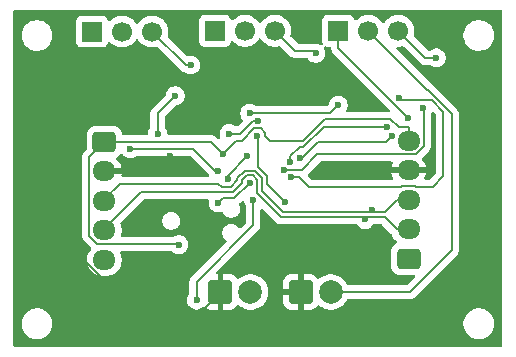
<source format=gbr>
%TF.GenerationSoftware,KiCad,Pcbnew,9.0.2*%
%TF.CreationDate,2025-06-30T23:17:22-04:00*%
%TF.ProjectId,Serv3Controller,53657276-3343-46f6-9e74-726f6c6c6572,rev?*%
%TF.SameCoordinates,Original*%
%TF.FileFunction,Copper,L2,Bot*%
%TF.FilePolarity,Positive*%
%FSLAX46Y46*%
G04 Gerber Fmt 4.6, Leading zero omitted, Abs format (unit mm)*
G04 Created by KiCad (PCBNEW 9.0.2) date 2025-06-30 23:17:22*
%MOMM*%
%LPD*%
G01*
G04 APERTURE LIST*
G04 Aperture macros list*
%AMRoundRect*
0 Rectangle with rounded corners*
0 $1 Rounding radius*
0 $2 $3 $4 $5 $6 $7 $8 $9 X,Y pos of 4 corners*
0 Add a 4 corners polygon primitive as box body*
4,1,4,$2,$3,$4,$5,$6,$7,$8,$9,$2,$3,0*
0 Add four circle primitives for the rounded corners*
1,1,$1+$1,$2,$3*
1,1,$1+$1,$4,$5*
1,1,$1+$1,$6,$7*
1,1,$1+$1,$8,$9*
0 Add four rect primitives between the rounded corners*
20,1,$1+$1,$2,$3,$4,$5,0*
20,1,$1+$1,$4,$5,$6,$7,0*
20,1,$1+$1,$6,$7,$8,$9,0*
20,1,$1+$1,$8,$9,$2,$3,0*%
G04 Aperture macros list end*
%TA.AperFunction,ComponentPad*%
%ADD10RoundRect,0.250000X-0.725000X0.600000X-0.725000X-0.600000X0.725000X-0.600000X0.725000X0.600000X0*%
%TD*%
%TA.AperFunction,ComponentPad*%
%ADD11O,1.950000X1.700000*%
%TD*%
%TA.AperFunction,ComponentPad*%
%ADD12R,1.700000X1.700000*%
%TD*%
%TA.AperFunction,ComponentPad*%
%ADD13C,1.700000*%
%TD*%
%TA.AperFunction,ComponentPad*%
%ADD14RoundRect,0.250000X0.725000X-0.600000X0.725000X0.600000X-0.725000X0.600000X-0.725000X-0.600000X0*%
%TD*%
%TA.AperFunction,ComponentPad*%
%ADD15RoundRect,0.250000X-0.750000X-0.750000X0.750000X-0.750000X0.750000X0.750000X-0.750000X0.750000X0*%
%TD*%
%TA.AperFunction,ComponentPad*%
%ADD16C,2.000000*%
%TD*%
%TA.AperFunction,ViaPad*%
%ADD17C,0.600000*%
%TD*%
%TA.AperFunction,Conductor*%
%ADD18C,0.200000*%
%TD*%
G04 APERTURE END LIST*
D10*
%TO.P,J6,1,Pin_1*%
%TO.N,/RESETB*%
X80800000Y-85300000D03*
D11*
%TO.P,J6,2,Pin_2*%
%TO.N,GND*%
X80800000Y-87800000D03*
%TO.P,J6,3,Pin_3*%
%TO.N,/CAN-*%
X80800000Y-90300000D03*
%TO.P,J6,4,Pin_4*%
%TO.N,/CAN+*%
X80800000Y-92800000D03*
%TO.P,J6,5,Pin_5*%
%TO.N,+3V3*%
X80800000Y-95300000D03*
%TD*%
D12*
%TO.P,J7,1,Pin_1*%
%TO.N,/SRV2_PWM*%
X90160000Y-75900000D03*
D13*
%TO.P,J7,2,Pin_2*%
%TO.N,/VSERVO*%
X92700000Y-75900000D03*
%TO.P,J7,3,Pin_3*%
%TO.N,Net-(J7-Pin_3)*%
X95240000Y-75900000D03*
%TD*%
D14*
%TO.P,J5,1,Pin_1*%
%TO.N,+3V3*%
X106550000Y-95200000D03*
D11*
%TO.P,J5,2,Pin_2*%
%TO.N,/CAN+*%
X106550000Y-92700000D03*
%TO.P,J5,3,Pin_3*%
%TO.N,/CAN-*%
X106550000Y-90200000D03*
%TO.P,J5,4,Pin_4*%
%TO.N,GND*%
X106550000Y-87700000D03*
%TO.P,J5,5,Pin_5*%
%TO.N,/RESETB*%
X106550000Y-85200000D03*
%TD*%
D15*
%TO.P,J2,1,Pin_1*%
%TO.N,GND*%
X97425000Y-98017500D03*
D16*
%TO.P,J2,2,Pin_2*%
%TO.N,/VSERVO*%
X99965000Y-98017500D03*
%TD*%
D12*
%TO.P,J8,1,Pin_1*%
%TO.N,/SRV3_PWM*%
X100600000Y-75900000D03*
D13*
%TO.P,J8,2,Pin_2*%
%TO.N,/VSERVO*%
X103140000Y-75900000D03*
%TO.P,J8,3,Pin_3*%
%TO.N,Net-(J8-Pin_3)*%
X105680000Y-75900000D03*
%TD*%
D12*
%TO.P,J4,1,Pin_1*%
%TO.N,/SRV1_PWM*%
X79760000Y-75962500D03*
D13*
%TO.P,J4,2,Pin_2*%
%TO.N,/VSERVO*%
X82300000Y-75962500D03*
%TO.P,J4,3,Pin_3*%
%TO.N,Net-(J4-Pin_3)*%
X84840000Y-75962500D03*
%TD*%
D15*
%TO.P,J3,1,Pin_1*%
%TO.N,GND*%
X90625000Y-98017500D03*
D16*
%TO.P,J3,2,Pin_2*%
%TO.N,/VSERVO*%
X93165000Y-98017500D03*
%TD*%
D17*
%TO.N,GND*%
X108300000Y-86800000D03*
X86359620Y-86540380D03*
X83400000Y-96400000D03*
X78500000Y-88200000D03*
X104000000Y-87500000D03*
%TO.N,/STATUS*%
X88600000Y-98700000D03*
X93400000Y-90200000D03*
%TO.N,/SRV1_STAT*%
X85300000Y-84600000D03*
X86800000Y-81400000D03*
%TO.N,/SRV3_STAT*%
X96555741Y-88275001D03*
X105704669Y-81585429D03*
%TO.N,/SWCLK*%
X93100000Y-88800000D03*
X93771041Y-83550000D03*
X90419724Y-90483929D03*
X91350000Y-84600000D03*
%TO.N,/SWDIO*%
X96100000Y-90400000D03*
X93745710Y-84850000D03*
%TO.N,/RESETB*%
X90800000Y-86300000D03*
X87109620Y-94009620D03*
%TO.N,Net-(J4-Pin_3)*%
X88100000Y-78800000D03*
%TO.N,/CAN+*%
X102867722Y-91875000D03*
%TO.N,/CAN-*%
X103487489Y-91043285D03*
%TO.N,Net-(J7-Pin_3)*%
X98700000Y-77800000D03*
%TO.N,/SRV2_PWM*%
X90427707Y-87771521D03*
X83000000Y-85900000D03*
%TO.N,Net-(J8-Pin_3)*%
X108900000Y-78200000D03*
%TO.N,/SRV3_PWM*%
X105141682Y-84780957D03*
X97383652Y-86710549D03*
X106500000Y-83300000D03*
%TO.N,/SRV2_EN*%
X91230825Y-88415750D03*
X92900000Y-86500000D03*
%TO.N,/SRV2_SENSE*%
X100600000Y-82200000D03*
X93100000Y-82900000D03*
%TO.N,/SRV3_EN*%
X104736919Y-84033514D03*
X96549231Y-87003617D03*
%TO.N,/SRV3_SENSE*%
X107774466Y-82450000D03*
X95995635Y-87648626D03*
%TD*%
D18*
%TO.N,GND*%
X78500000Y-94752760D02*
X78500000Y-88200000D01*
X80800000Y-87800000D02*
X85100000Y-87800000D01*
X90625000Y-98017500D02*
X89042500Y-99600000D01*
X87700000Y-99600000D02*
X83347240Y-99600000D01*
X85100000Y-87800000D02*
X86359620Y-86540380D01*
X89042500Y-99600000D02*
X87700000Y-99600000D01*
X83347240Y-99600000D02*
X78500000Y-94752760D01*
%TO.N,/VSERVO*%
X103140000Y-75900000D02*
X108140000Y-80900000D01*
X110200000Y-94500000D02*
X106682500Y-98017500D01*
X106682500Y-98017500D02*
X99965000Y-98017500D01*
X110200000Y-82934314D02*
X110200000Y-94500000D01*
X108165686Y-80900000D02*
X110200000Y-82934314D01*
X108140000Y-80900000D02*
X108165686Y-80900000D01*
%TO.N,/STATUS*%
X88600000Y-97152849D02*
X88600000Y-98700000D01*
X93400000Y-90200000D02*
X93400000Y-92352849D01*
X93400000Y-92352849D02*
X88600000Y-97152849D01*
%TO.N,/SRV1_STAT*%
X85300000Y-84600000D02*
X85300000Y-82900000D01*
X85300000Y-82900000D02*
X86800000Y-81400000D01*
%TO.N,/SRV3_STAT*%
X109500000Y-88200000D02*
X109500000Y-82800000D01*
X108600000Y-89100000D02*
X109500000Y-88200000D01*
X97275001Y-88275001D02*
X98100000Y-89100000D01*
X105919240Y-81800000D02*
X105704669Y-81585429D01*
X105897240Y-89100000D02*
X105948240Y-89049000D01*
X96555741Y-88275001D02*
X97275001Y-88275001D01*
X98100000Y-89100000D02*
X105897240Y-89100000D01*
X105948240Y-89049000D02*
X107151760Y-89049000D01*
X109500000Y-82800000D02*
X108500000Y-81800000D01*
X107202760Y-89100000D02*
X108600000Y-89100000D01*
X108500000Y-81800000D02*
X105919240Y-81800000D01*
X107151760Y-89049000D02*
X107202760Y-89100000D01*
%TO.N,/SWCLK*%
X92319239Y-84600000D02*
X93369239Y-83550000D01*
X93369239Y-83550000D02*
X93771041Y-83550000D01*
X90419724Y-90483929D02*
X90803653Y-90100000D01*
X90803653Y-90100000D02*
X91800000Y-90100000D01*
X91800000Y-90100000D02*
X93100000Y-88800000D01*
X91350000Y-84600000D02*
X92319239Y-84600000D01*
%TO.N,/SWDIO*%
X94549999Y-88199389D02*
X93786755Y-87436146D01*
X93786755Y-84891045D02*
X93745710Y-84850000D01*
X96100000Y-90400000D02*
X94550000Y-88850000D01*
X93786755Y-87436146D02*
X93786755Y-84891045D01*
X94550000Y-88850000D02*
X94549999Y-88199389D01*
%TO.N,/RESETB*%
X97634314Y-85200000D02*
X94828635Y-85200000D01*
X94828635Y-85200000D02*
X94423128Y-84794493D01*
X91900000Y-85200000D02*
X90800000Y-86300000D01*
X80198240Y-93951000D02*
X87051000Y-93951000D01*
X94423128Y-84794493D02*
X94423128Y-84520180D01*
X90800000Y-86300000D02*
X89800000Y-85300000D01*
X89800000Y-85300000D02*
X80800000Y-85300000D01*
X105006158Y-83383514D02*
X99450800Y-83383514D01*
X92409310Y-85200000D02*
X91900000Y-85200000D01*
X106550000Y-84150000D02*
X106480761Y-84080761D01*
X106480761Y-84080761D02*
X105703405Y-84080761D01*
X80800000Y-85300000D02*
X79524000Y-86576000D01*
X105703405Y-84080761D02*
X105006158Y-83383514D01*
X79524000Y-86576000D02*
X79524000Y-93276760D01*
X94423128Y-84520180D02*
X94056702Y-84153754D01*
X79524000Y-93276760D02*
X80198240Y-93951000D01*
X99450800Y-83383514D02*
X97634314Y-85200000D01*
X93455556Y-84153754D02*
X92409310Y-85200000D01*
X94056702Y-84153754D02*
X93455556Y-84153754D01*
X106550000Y-85200000D02*
X106550000Y-84150000D01*
X87051000Y-93951000D02*
X87109620Y-94009620D01*
%TO.N,Net-(J4-Pin_3)*%
X84840000Y-75962500D02*
X87677500Y-78800000D01*
X87677500Y-78800000D02*
X88100000Y-78800000D01*
%TO.N,/CAN+*%
X93369239Y-88150000D02*
X92830761Y-88150000D01*
X104550000Y-91675000D02*
X105575000Y-92700000D01*
X92830761Y-88150000D02*
X92450000Y-88530761D01*
X92450000Y-88530761D02*
X92450000Y-88784314D01*
X83939613Y-89535387D02*
X80800000Y-92675000D01*
X93750000Y-88530761D02*
X93369239Y-88150000D01*
X93750000Y-89668198D02*
X93750000Y-88530761D01*
X93750000Y-89668198D02*
X95756802Y-91675000D01*
X105575000Y-92700000D02*
X106550000Y-92700000D01*
X95756802Y-91675000D02*
X104550000Y-91675000D01*
X80800000Y-92675000D02*
X80800000Y-92800000D01*
X91698927Y-89535387D02*
X83939613Y-89535387D01*
X92450000Y-88784314D02*
X91698927Y-89535387D01*
%TO.N,/CAN-*%
X95943198Y-91225000D02*
X104550000Y-91225000D01*
X92050000Y-88365076D02*
X92050000Y-88569239D01*
X104550000Y-91225000D02*
X105575000Y-90200000D01*
X105575000Y-90200000D02*
X106550000Y-90200000D01*
X94150000Y-88365075D02*
X93534924Y-87750000D01*
X91483852Y-89135387D02*
X90716148Y-89135387D01*
X103381715Y-91043285D02*
X103487489Y-91043285D01*
X94150000Y-89431802D02*
X95943198Y-91225000D01*
X90455761Y-88875000D02*
X82100000Y-88875000D01*
X106550000Y-90200000D02*
X106425000Y-90200000D01*
X92665075Y-87750000D02*
X92050000Y-88365076D01*
X80800000Y-90175000D02*
X80800000Y-90300000D01*
X90716148Y-89135387D02*
X90455761Y-88875000D01*
X94150000Y-89431802D02*
X94150000Y-88365075D01*
X92050000Y-88569239D02*
X91483852Y-89135387D01*
X103300000Y-91125000D02*
X103381715Y-91043285D01*
X93534924Y-87750000D02*
X92665075Y-87750000D01*
X82100000Y-88875000D02*
X80800000Y-90175000D01*
%TO.N,Net-(J7-Pin_3)*%
X98700000Y-77800000D02*
X98500000Y-77600000D01*
X96940000Y-77600000D02*
X95240000Y-75900000D01*
X98500000Y-77600000D02*
X96940000Y-77600000D01*
%TO.N,/SRV2_PWM*%
X83000000Y-85900000D02*
X88300000Y-85900000D01*
X88300000Y-85900000D02*
X90171521Y-87771521D01*
X90171521Y-87771521D02*
X90427707Y-87771521D01*
%TO.N,Net-(J8-Pin_3)*%
X108900000Y-78200000D02*
X107980000Y-78200000D01*
X107980000Y-78200000D02*
X105680000Y-75900000D01*
%TO.N,/SRV3_PWM*%
X100600000Y-77400000D02*
X100600000Y-75900000D01*
X106500000Y-83300000D02*
X100600000Y-77400000D01*
X98900000Y-85300000D02*
X104622639Y-85300000D01*
X97489451Y-86710549D02*
X98900000Y-85300000D01*
X104622639Y-85300000D02*
X105141682Y-84780957D01*
X97383652Y-86710549D02*
X97489451Y-86710549D01*
%TO.N,/SRV2_EN*%
X92900000Y-86500000D02*
X91230825Y-88169175D01*
X91230825Y-88169175D02*
X91230825Y-88415750D01*
%TO.N,/SRV2_SENSE*%
X99900000Y-82900000D02*
X100600000Y-82200000D01*
X93100000Y-82900000D02*
X99900000Y-82900000D01*
%TO.N,/SRV3_EN*%
X99366486Y-84033514D02*
X104736919Y-84033514D01*
X97330761Y-85750000D02*
X97650000Y-85750000D01*
X96549231Y-86531530D02*
X97330761Y-85750000D01*
X97650000Y-85750000D02*
X99366486Y-84033514D01*
X96549231Y-87003617D02*
X96549231Y-86531530D01*
%TO.N,/SRV3_SENSE*%
X107826000Y-82501534D02*
X107826000Y-85676760D01*
X97538900Y-87648626D02*
X95995635Y-87648626D01*
X107826000Y-85676760D02*
X107151760Y-86351000D01*
X107774466Y-82450000D02*
X107826000Y-82501534D01*
X98836526Y-86351000D02*
X97538900Y-87648626D01*
X107151760Y-86351000D02*
X98836526Y-86351000D01*
%TD*%
%TA.AperFunction,Conductor*%
%TO.N,GND*%
G36*
X105155929Y-86971185D02*
G01*
X105201684Y-87023989D01*
X105211628Y-87093147D01*
X105199374Y-87131796D01*
X105173905Y-87181780D01*
X105108242Y-87383870D01*
X105108242Y-87383873D01*
X105097769Y-87450000D01*
X106145854Y-87450000D01*
X106107370Y-87516657D01*
X106075000Y-87637465D01*
X106075000Y-87762535D01*
X106107370Y-87883343D01*
X106145854Y-87950000D01*
X105097769Y-87950000D01*
X105108242Y-88016126D01*
X105108242Y-88016129D01*
X105173904Y-88218217D01*
X105225361Y-88319205D01*
X105238257Y-88387874D01*
X105211981Y-88452614D01*
X105154875Y-88492872D01*
X105114876Y-88499500D01*
X98400098Y-88499500D01*
X98333059Y-88479815D01*
X98312417Y-88463181D01*
X98207089Y-88357853D01*
X98030677Y-88181442D01*
X97997193Y-88120120D01*
X98002177Y-88050429D01*
X98030676Y-88006083D01*
X99048942Y-86987819D01*
X99110265Y-86954334D01*
X99136623Y-86951500D01*
X105088890Y-86951500D01*
X105155929Y-86971185D01*
G37*
%TD.AperFunction*%
%TA.AperFunction,Conductor*%
G36*
X108664422Y-82813907D02*
G01*
X108669240Y-82818475D01*
X108863181Y-83012416D01*
X108896666Y-83073739D01*
X108899500Y-83100097D01*
X108899500Y-87899903D01*
X108879815Y-87966942D01*
X108863181Y-87987584D01*
X108387584Y-88463181D01*
X108326261Y-88496666D01*
X108299903Y-88499500D01*
X107985124Y-88499500D01*
X107918085Y-88479815D01*
X107872330Y-88427011D01*
X107862386Y-88357853D01*
X107874639Y-88319205D01*
X107926095Y-88218217D01*
X107991757Y-88016129D01*
X107991757Y-88016126D01*
X108002231Y-87950000D01*
X106954146Y-87950000D01*
X106992630Y-87883343D01*
X107025000Y-87762535D01*
X107025000Y-87637465D01*
X106992630Y-87516657D01*
X106954146Y-87450000D01*
X108002231Y-87450000D01*
X107991757Y-87383873D01*
X107991757Y-87383870D01*
X107926095Y-87181782D01*
X107829620Y-86992442D01*
X107704727Y-86820540D01*
X107701565Y-86816838D01*
X107702666Y-86815896D01*
X107672287Y-86760261D01*
X107677271Y-86690569D01*
X107705772Y-86646222D01*
X107941706Y-86410288D01*
X108184506Y-86167488D01*
X108184511Y-86167484D01*
X108194714Y-86157280D01*
X108194716Y-86157280D01*
X108306520Y-86045476D01*
X108385577Y-85908544D01*
X108426500Y-85755817D01*
X108426500Y-82952639D01*
X108431827Y-82934495D01*
X108432165Y-82915586D01*
X108445665Y-82887368D01*
X108446185Y-82885600D01*
X108447398Y-82883748D01*
X108478457Y-82837265D01*
X108532069Y-82792460D01*
X108601394Y-82783753D01*
X108664422Y-82813907D01*
G37*
%TD.AperFunction*%
%TA.AperFunction,Conductor*%
G36*
X82313022Y-86321813D02*
G01*
X82336674Y-86348126D01*
X82378210Y-86410288D01*
X82378213Y-86410292D01*
X82489707Y-86521786D01*
X82489711Y-86521789D01*
X82620814Y-86609390D01*
X82620827Y-86609397D01*
X82766498Y-86669735D01*
X82766503Y-86669737D01*
X82871232Y-86690569D01*
X82921153Y-86700499D01*
X82921156Y-86700500D01*
X82921158Y-86700500D01*
X83078844Y-86700500D01*
X83078845Y-86700499D01*
X83233497Y-86669737D01*
X83379179Y-86609394D01*
X83415966Y-86584814D01*
X83510875Y-86521398D01*
X83577553Y-86500520D01*
X83579766Y-86500500D01*
X87999903Y-86500500D01*
X88066942Y-86520185D01*
X88087584Y-86536819D01*
X89613584Y-88062819D01*
X89647069Y-88124142D01*
X89642085Y-88193834D01*
X89600213Y-88249767D01*
X89534749Y-88274184D01*
X89525903Y-88274500D01*
X82360971Y-88274500D01*
X82293932Y-88254815D01*
X82248177Y-88202011D01*
X82238233Y-88132853D01*
X82240998Y-88120967D01*
X82240618Y-88120876D01*
X82241758Y-88116124D01*
X82252231Y-88050000D01*
X81204146Y-88050000D01*
X81242630Y-87983343D01*
X81275000Y-87862535D01*
X81275000Y-87737465D01*
X81242630Y-87616657D01*
X81204146Y-87550000D01*
X82252231Y-87550000D01*
X82241757Y-87483873D01*
X82241757Y-87483870D01*
X82176095Y-87281782D01*
X82079620Y-87092442D01*
X81954727Y-86920540D01*
X81954723Y-86920535D01*
X81815856Y-86781668D01*
X81782371Y-86720345D01*
X81787355Y-86650653D01*
X81829227Y-86594720D01*
X81838441Y-86588448D01*
X81844331Y-86584814D01*
X81844334Y-86584814D01*
X81993656Y-86492712D01*
X82117712Y-86368656D01*
X82128032Y-86351923D01*
X82179976Y-86305198D01*
X82248939Y-86293973D01*
X82313022Y-86321813D01*
G37*
%TD.AperFunction*%
%TA.AperFunction,Conductor*%
G36*
X114442539Y-74120185D02*
G01*
X114488294Y-74172989D01*
X114499500Y-74224500D01*
X114499500Y-102575500D01*
X114479815Y-102642539D01*
X114427011Y-102688294D01*
X114375500Y-102699500D01*
X73224500Y-102699500D01*
X73157461Y-102679815D01*
X73111706Y-102627011D01*
X73100500Y-102575500D01*
X73100500Y-100597648D01*
X73799500Y-100597648D01*
X73799500Y-100802351D01*
X73831522Y-101004534D01*
X73894781Y-101199223D01*
X73987715Y-101381613D01*
X74108028Y-101547213D01*
X74252786Y-101691971D01*
X74407749Y-101804556D01*
X74418390Y-101812287D01*
X74534607Y-101871503D01*
X74600776Y-101905218D01*
X74600778Y-101905218D01*
X74600781Y-101905220D01*
X74705137Y-101939127D01*
X74795465Y-101968477D01*
X74896557Y-101984488D01*
X74997648Y-102000500D01*
X74997649Y-102000500D01*
X75202351Y-102000500D01*
X75202352Y-102000500D01*
X75404534Y-101968477D01*
X75599219Y-101905220D01*
X75781610Y-101812287D01*
X75874590Y-101744732D01*
X75947213Y-101691971D01*
X75947215Y-101691968D01*
X75947219Y-101691966D01*
X76091966Y-101547219D01*
X76091968Y-101547215D01*
X76091971Y-101547213D01*
X76144732Y-101474590D01*
X76212287Y-101381610D01*
X76305220Y-101199219D01*
X76368477Y-101004534D01*
X76400500Y-100802352D01*
X76400500Y-100597648D01*
X111199500Y-100597648D01*
X111199500Y-100802351D01*
X111231522Y-101004534D01*
X111294781Y-101199223D01*
X111387715Y-101381613D01*
X111508028Y-101547213D01*
X111652786Y-101691971D01*
X111807749Y-101804556D01*
X111818390Y-101812287D01*
X111934607Y-101871503D01*
X112000776Y-101905218D01*
X112000778Y-101905218D01*
X112000781Y-101905220D01*
X112105137Y-101939127D01*
X112195465Y-101968477D01*
X112296557Y-101984488D01*
X112397648Y-102000500D01*
X112397649Y-102000500D01*
X112602351Y-102000500D01*
X112602352Y-102000500D01*
X112804534Y-101968477D01*
X112999219Y-101905220D01*
X113181610Y-101812287D01*
X113274590Y-101744732D01*
X113347213Y-101691971D01*
X113347215Y-101691968D01*
X113347219Y-101691966D01*
X113491966Y-101547219D01*
X113491968Y-101547215D01*
X113491971Y-101547213D01*
X113544732Y-101474590D01*
X113612287Y-101381610D01*
X113705220Y-101199219D01*
X113768477Y-101004534D01*
X113800500Y-100802352D01*
X113800500Y-100597648D01*
X113768477Y-100395466D01*
X113705220Y-100200781D01*
X113705218Y-100200778D01*
X113705218Y-100200776D01*
X113671503Y-100134607D01*
X113612287Y-100018390D01*
X113604556Y-100007749D01*
X113491971Y-99852786D01*
X113347213Y-99708028D01*
X113181613Y-99587715D01*
X113181612Y-99587714D01*
X113181610Y-99587713D01*
X113124653Y-99558691D01*
X112999223Y-99494781D01*
X112804534Y-99431522D01*
X112629995Y-99403878D01*
X112602352Y-99399500D01*
X112397648Y-99399500D01*
X112373329Y-99403351D01*
X112195465Y-99431522D01*
X112000776Y-99494781D01*
X111818386Y-99587715D01*
X111652786Y-99708028D01*
X111508028Y-99852786D01*
X111387715Y-100018386D01*
X111294781Y-100200776D01*
X111231522Y-100395465D01*
X111199500Y-100597648D01*
X76400500Y-100597648D01*
X76368477Y-100395466D01*
X76305220Y-100200781D01*
X76305218Y-100200778D01*
X76305218Y-100200776D01*
X76271503Y-100134607D01*
X76212287Y-100018390D01*
X76204556Y-100007749D01*
X76091971Y-99852786D01*
X75947213Y-99708028D01*
X75781613Y-99587715D01*
X75781612Y-99587714D01*
X75781610Y-99587713D01*
X75724653Y-99558691D01*
X75599223Y-99494781D01*
X75404534Y-99431522D01*
X75229995Y-99403878D01*
X75202352Y-99399500D01*
X74997648Y-99399500D01*
X74973329Y-99403351D01*
X74795465Y-99431522D01*
X74600776Y-99494781D01*
X74418386Y-99587715D01*
X74252786Y-99708028D01*
X74108028Y-99852786D01*
X73987715Y-100018386D01*
X73894781Y-100200776D01*
X73831522Y-100395465D01*
X73799500Y-100597648D01*
X73100500Y-100597648D01*
X73100500Y-93355814D01*
X78923498Y-93355814D01*
X78964423Y-93508545D01*
X78992813Y-93557716D01*
X78992814Y-93557720D01*
X78992815Y-93557720D01*
X79043479Y-93645474D01*
X79043481Y-93645477D01*
X79162349Y-93764345D01*
X79162355Y-93764350D01*
X79643873Y-94245868D01*
X79677358Y-94307191D01*
X79672374Y-94376883D01*
X79647315Y-94415882D01*
X79648053Y-94416512D01*
X79644890Y-94420213D01*
X79519951Y-94592179D01*
X79423444Y-94781585D01*
X79357753Y-94983760D01*
X79324500Y-95193713D01*
X79324500Y-95406286D01*
X79357753Y-95616239D01*
X79423444Y-95818414D01*
X79519951Y-96007820D01*
X79644890Y-96179786D01*
X79795213Y-96330109D01*
X79967179Y-96455048D01*
X79967181Y-96455049D01*
X79967184Y-96455051D01*
X80156588Y-96551557D01*
X80358757Y-96617246D01*
X80568713Y-96650500D01*
X80568714Y-96650500D01*
X81031286Y-96650500D01*
X81031287Y-96650500D01*
X81241243Y-96617246D01*
X81443412Y-96551557D01*
X81632816Y-96455051D01*
X81741115Y-96376368D01*
X81804786Y-96330109D01*
X81804788Y-96330106D01*
X81804792Y-96330104D01*
X81955104Y-96179792D01*
X81955106Y-96179788D01*
X81955109Y-96179786D01*
X82080048Y-96007820D01*
X82080047Y-96007820D01*
X82080051Y-96007816D01*
X82176557Y-95818412D01*
X82242246Y-95616243D01*
X82275500Y-95406287D01*
X82275500Y-95193713D01*
X82242246Y-94983757D01*
X82176557Y-94781588D01*
X82151185Y-94731794D01*
X82138290Y-94663126D01*
X82164566Y-94598386D01*
X82221672Y-94558128D01*
X82261671Y-94551500D01*
X86468060Y-94551500D01*
X86535099Y-94571185D01*
X86555742Y-94587820D01*
X86599327Y-94631406D01*
X86599331Y-94631409D01*
X86730434Y-94719010D01*
X86730447Y-94719017D01*
X86876118Y-94779355D01*
X86876123Y-94779357D01*
X87030773Y-94810119D01*
X87030776Y-94810120D01*
X87030778Y-94810120D01*
X87188464Y-94810120D01*
X87188465Y-94810119D01*
X87343117Y-94779357D01*
X87488799Y-94719014D01*
X87619909Y-94631409D01*
X87731409Y-94519909D01*
X87819014Y-94388799D01*
X87879357Y-94243117D01*
X87910120Y-94088462D01*
X87910120Y-93930778D01*
X87910120Y-93930775D01*
X87910119Y-93930773D01*
X87879357Y-93776123D01*
X87874481Y-93764350D01*
X87819017Y-93630447D01*
X87819010Y-93630434D01*
X87731409Y-93499331D01*
X87731406Y-93499327D01*
X87619912Y-93387833D01*
X87619908Y-93387830D01*
X87488805Y-93300229D01*
X87488792Y-93300222D01*
X87343121Y-93239884D01*
X87343109Y-93239881D01*
X87188465Y-93209120D01*
X87188462Y-93209120D01*
X87030778Y-93209120D01*
X87030775Y-93209120D01*
X86876130Y-93239881D01*
X86876118Y-93239884D01*
X86730447Y-93300222D01*
X86730432Y-93300230D01*
X86686478Y-93329601D01*
X86619801Y-93350480D01*
X86617586Y-93350500D01*
X82336802Y-93350500D01*
X82269763Y-93330815D01*
X82224008Y-93278011D01*
X82214064Y-93208853D01*
X82218871Y-93188182D01*
X82242246Y-93116243D01*
X82275500Y-92906287D01*
X82275500Y-92693713D01*
X82242246Y-92483757D01*
X82176557Y-92281588D01*
X82172256Y-92273146D01*
X82159361Y-92204477D01*
X82185639Y-92139737D01*
X82195052Y-92129181D01*
X82397693Y-91926540D01*
X85714200Y-91926540D01*
X85714200Y-92073459D01*
X85740261Y-92204477D01*
X85742860Y-92217542D01*
X85749916Y-92234576D01*
X85799078Y-92353266D01*
X85799083Y-92353275D01*
X85880698Y-92475419D01*
X85880701Y-92475423D01*
X85984576Y-92579298D01*
X85984580Y-92579301D01*
X86106724Y-92660916D01*
X86106730Y-92660919D01*
X86106731Y-92660920D01*
X86242458Y-92717140D01*
X86386540Y-92745799D01*
X86386544Y-92745800D01*
X86386545Y-92745800D01*
X86533456Y-92745800D01*
X86533457Y-92745799D01*
X86677542Y-92717140D01*
X86813269Y-92660920D01*
X86935420Y-92579301D01*
X87039301Y-92475420D01*
X87120920Y-92353269D01*
X87177140Y-92217542D01*
X87205800Y-92073455D01*
X87205800Y-91926545D01*
X87177140Y-91782458D01*
X87120920Y-91646731D01*
X87120919Y-91646730D01*
X87120916Y-91646724D01*
X87039301Y-91524580D01*
X87039298Y-91524576D01*
X86935423Y-91420701D01*
X86935419Y-91420698D01*
X86813275Y-91339083D01*
X86813266Y-91339078D01*
X86677544Y-91282861D01*
X86677545Y-91282861D01*
X86677542Y-91282860D01*
X86677538Y-91282859D01*
X86677534Y-91282858D01*
X86533459Y-91254200D01*
X86533455Y-91254200D01*
X86386545Y-91254200D01*
X86386540Y-91254200D01*
X86242465Y-91282858D01*
X86242455Y-91282861D01*
X86106733Y-91339078D01*
X86106724Y-91339083D01*
X85984580Y-91420698D01*
X85984576Y-91420701D01*
X85880701Y-91524576D01*
X85880698Y-91524580D01*
X85799083Y-91646724D01*
X85799078Y-91646733D01*
X85742861Y-91782455D01*
X85742858Y-91782465D01*
X85714200Y-91926540D01*
X82397693Y-91926540D01*
X84152029Y-90172206D01*
X84213352Y-90138721D01*
X84239710Y-90135887D01*
X89521677Y-90135887D01*
X89588716Y-90155572D01*
X89634471Y-90208376D01*
X89644415Y-90277534D01*
X89643294Y-90284079D01*
X89619224Y-90405084D01*
X89619224Y-90562775D01*
X89649985Y-90717418D01*
X89649988Y-90717430D01*
X89710326Y-90863101D01*
X89710333Y-90863114D01*
X89797934Y-90994217D01*
X89797937Y-90994221D01*
X89909431Y-91105715D01*
X89909435Y-91105718D01*
X90040538Y-91193319D01*
X90040551Y-91193326D01*
X90186222Y-91253664D01*
X90186227Y-91253666D01*
X90332984Y-91282858D01*
X90340877Y-91284428D01*
X90340880Y-91284429D01*
X90340882Y-91284429D01*
X90498568Y-91284429D01*
X90498569Y-91284428D01*
X90653221Y-91253666D01*
X90701884Y-91233508D01*
X90771354Y-91226040D01*
X90833833Y-91257315D01*
X90863898Y-91300617D01*
X90879078Y-91337265D01*
X90879083Y-91337275D01*
X90960698Y-91459419D01*
X90960701Y-91459423D01*
X91064576Y-91563298D01*
X91064580Y-91563301D01*
X91186724Y-91644916D01*
X91186730Y-91644919D01*
X91186731Y-91644920D01*
X91322458Y-91701140D01*
X91466540Y-91729799D01*
X91466544Y-91729800D01*
X91466545Y-91729800D01*
X91613456Y-91729800D01*
X91613457Y-91729799D01*
X91757542Y-91701140D01*
X91893269Y-91644920D01*
X92015420Y-91563301D01*
X92119301Y-91459420D01*
X92200920Y-91337269D01*
X92257140Y-91201542D01*
X92285800Y-91057455D01*
X92285800Y-90910545D01*
X92257140Y-90766458D01*
X92236832Y-90717430D01*
X92208488Y-90649000D01*
X92206351Y-90629125D01*
X92199365Y-90610396D01*
X92202692Y-90595097D01*
X92201019Y-90579531D01*
X92209967Y-90561654D01*
X92214216Y-90542123D01*
X92230901Y-90519833D01*
X92232294Y-90517052D01*
X92235311Y-90513924D01*
X92280520Y-90468716D01*
X92280521Y-90468713D01*
X92414042Y-90335192D01*
X92475362Y-90301709D01*
X92545054Y-90306693D01*
X92600987Y-90348565D01*
X92623337Y-90398682D01*
X92630261Y-90433492D01*
X92630264Y-90433501D01*
X92690602Y-90579172D01*
X92690609Y-90579185D01*
X92778602Y-90710874D01*
X92799480Y-90777551D01*
X92799500Y-90779765D01*
X92799500Y-92052751D01*
X92779815Y-92119790D01*
X92763181Y-92140432D01*
X92323766Y-92579846D01*
X92262443Y-92613331D01*
X92192751Y-92608347D01*
X92136818Y-92566475D01*
X92132983Y-92561056D01*
X92119301Y-92540580D01*
X92119298Y-92540576D01*
X92015423Y-92436701D01*
X92015419Y-92436698D01*
X91893275Y-92355083D01*
X91893266Y-92355078D01*
X91757544Y-92298861D01*
X91757545Y-92298861D01*
X91757542Y-92298860D01*
X91757538Y-92298859D01*
X91757534Y-92298858D01*
X91613459Y-92270200D01*
X91613455Y-92270200D01*
X91466545Y-92270200D01*
X91466540Y-92270200D01*
X91322465Y-92298858D01*
X91322455Y-92298861D01*
X91186733Y-92355078D01*
X91186724Y-92355083D01*
X91064580Y-92436698D01*
X91064576Y-92436701D01*
X90960701Y-92540576D01*
X90960698Y-92540580D01*
X90879083Y-92662724D01*
X90879078Y-92662733D01*
X90822861Y-92798455D01*
X90822858Y-92798465D01*
X90794200Y-92942540D01*
X90794200Y-93089459D01*
X90822858Y-93233534D01*
X90822861Y-93233544D01*
X90879078Y-93369266D01*
X90879083Y-93369275D01*
X90960698Y-93491419D01*
X90960701Y-93491423D01*
X91064576Y-93595298D01*
X91064580Y-93595301D01*
X91085056Y-93608983D01*
X91129861Y-93662595D01*
X91138568Y-93731920D01*
X91108414Y-93794948D01*
X91103846Y-93799766D01*
X88231286Y-96672327D01*
X88119481Y-96784131D01*
X88119479Y-96784134D01*
X88069361Y-96870943D01*
X88069359Y-96870945D01*
X88040425Y-96921058D01*
X88040424Y-96921059D01*
X88024544Y-96980321D01*
X87999499Y-97073792D01*
X87999499Y-97073794D01*
X87999499Y-97241895D01*
X87999500Y-97241908D01*
X87999500Y-98120234D01*
X87979815Y-98187273D01*
X87978602Y-98189125D01*
X87890609Y-98320814D01*
X87890602Y-98320827D01*
X87830264Y-98466498D01*
X87830261Y-98466510D01*
X87799500Y-98621153D01*
X87799500Y-98778846D01*
X87830261Y-98933489D01*
X87830264Y-98933501D01*
X87890602Y-99079172D01*
X87890609Y-99079185D01*
X87978210Y-99210288D01*
X87978213Y-99210292D01*
X88089707Y-99321786D01*
X88089711Y-99321789D01*
X88220814Y-99409390D01*
X88220827Y-99409397D01*
X88366498Y-99469735D01*
X88366503Y-99469737D01*
X88492402Y-99494780D01*
X88521153Y-99500499D01*
X88521156Y-99500500D01*
X88521158Y-99500500D01*
X88678844Y-99500500D01*
X88678845Y-99500499D01*
X88833497Y-99469737D01*
X88979179Y-99409394D01*
X89110289Y-99321789D01*
X89151777Y-99280300D01*
X89213097Y-99246815D01*
X89282789Y-99251798D01*
X89327139Y-99280300D01*
X89406654Y-99359815D01*
X89555875Y-99451856D01*
X89555880Y-99451858D01*
X89722302Y-99507005D01*
X89722309Y-99507006D01*
X89825019Y-99517499D01*
X90374999Y-99517499D01*
X90375000Y-99517498D01*
X90375000Y-98565982D01*
X90393409Y-98576611D01*
X90546009Y-98617500D01*
X90703991Y-98617500D01*
X90856591Y-98576611D01*
X90875000Y-98565982D01*
X90875000Y-99517499D01*
X91424972Y-99517499D01*
X91424986Y-99517498D01*
X91527697Y-99507005D01*
X91694119Y-99451858D01*
X91694124Y-99451856D01*
X91843345Y-99359815D01*
X91967317Y-99235843D01*
X91997148Y-99187480D01*
X92049096Y-99140755D01*
X92118058Y-99129532D01*
X92182141Y-99157376D01*
X92183773Y-99158867D01*
X92183786Y-99158853D01*
X92187481Y-99162008D01*
X92187490Y-99162017D01*
X92378567Y-99300843D01*
X92419672Y-99321787D01*
X92589003Y-99408066D01*
X92589005Y-99408066D01*
X92589008Y-99408068D01*
X92661192Y-99431522D01*
X92813631Y-99481053D01*
X93046903Y-99518000D01*
X93046908Y-99518000D01*
X93283097Y-99518000D01*
X93516368Y-99481053D01*
X93551201Y-99469735D01*
X93740992Y-99408068D01*
X93951433Y-99300843D01*
X94142510Y-99162017D01*
X94309517Y-98995010D01*
X94448343Y-98803933D01*
X94555568Y-98593492D01*
X94628553Y-98368868D01*
X94647524Y-98249091D01*
X94655816Y-98196740D01*
X94665500Y-98135597D01*
X94665500Y-97899402D01*
X94628553Y-97666131D01*
X94555566Y-97441503D01*
X94468516Y-97270659D01*
X94448343Y-97231067D01*
X94309517Y-97039990D01*
X94142510Y-96872983D01*
X93951433Y-96734157D01*
X93740996Y-96626933D01*
X93516368Y-96553946D01*
X93283097Y-96517000D01*
X93283092Y-96517000D01*
X93046908Y-96517000D01*
X93046903Y-96517000D01*
X92813631Y-96553946D01*
X92589003Y-96626933D01*
X92378566Y-96734157D01*
X92289105Y-96799155D01*
X92187490Y-96872983D01*
X92187488Y-96872985D01*
X92183786Y-96876147D01*
X92182375Y-96874495D01*
X92128938Y-96903612D01*
X92059251Y-96898566D01*
X92003354Y-96856646D01*
X91997149Y-96847520D01*
X91967319Y-96799159D01*
X91967316Y-96799155D01*
X91843345Y-96675184D01*
X91694124Y-96583143D01*
X91694119Y-96583141D01*
X91527697Y-96527994D01*
X91527690Y-96527993D01*
X91424986Y-96517500D01*
X90875000Y-96517500D01*
X90875000Y-97469017D01*
X90856591Y-97458389D01*
X90703991Y-97417500D01*
X90546009Y-97417500D01*
X90393409Y-97458389D01*
X90375000Y-97469017D01*
X90375000Y-96534497D01*
X90317748Y-96498353D01*
X90317402Y-96497961D01*
X90316905Y-96497815D01*
X90294378Y-96471817D01*
X90271569Y-96445919D01*
X90271490Y-96445404D01*
X90271150Y-96445011D01*
X90266243Y-96410889D01*
X90261068Y-96376843D01*
X90261280Y-96376368D01*
X90261206Y-96375853D01*
X90275513Y-96344522D01*
X90289579Y-96313055D01*
X90290015Y-96312769D01*
X90290231Y-96312297D01*
X90296239Y-96305844D01*
X93758506Y-92843576D01*
X93758511Y-92843573D01*
X93768714Y-92833369D01*
X93768716Y-92833369D01*
X93880520Y-92721565D01*
X93948441Y-92603922D01*
X93959577Y-92584634D01*
X94000500Y-92431906D01*
X94000500Y-92273792D01*
X94000500Y-91067295D01*
X94020185Y-91000256D01*
X94072989Y-90954501D01*
X94142147Y-90944557D01*
X94205703Y-90973582D01*
X94212178Y-90979611D01*
X95388086Y-92155520D01*
X95388088Y-92155521D01*
X95388092Y-92155524D01*
X95525011Y-92234573D01*
X95525018Y-92234577D01*
X95677745Y-92275501D01*
X95677747Y-92275501D01*
X95843456Y-92275501D01*
X95843472Y-92275500D01*
X102106295Y-92275500D01*
X102173334Y-92295185D01*
X102209397Y-92330610D01*
X102245929Y-92385284D01*
X102245935Y-92385292D01*
X102357429Y-92496786D01*
X102357433Y-92496789D01*
X102488536Y-92584390D01*
X102488549Y-92584397D01*
X102634220Y-92644735D01*
X102634225Y-92644737D01*
X102788875Y-92675499D01*
X102788878Y-92675500D01*
X102788880Y-92675500D01*
X102946566Y-92675500D01*
X102946567Y-92675499D01*
X103101219Y-92644737D01*
X103246901Y-92584394D01*
X103378011Y-92496789D01*
X103489511Y-92385289D01*
X103509696Y-92355080D01*
X103526047Y-92330610D01*
X103579659Y-92285804D01*
X103629149Y-92275500D01*
X104249903Y-92275500D01*
X104316942Y-92295185D01*
X104337584Y-92311819D01*
X105094478Y-93068713D01*
X105094480Y-93068716D01*
X105118350Y-93092586D01*
X105118358Y-93092601D01*
X105148596Y-93141944D01*
X105164246Y-93190108D01*
X105173444Y-93218415D01*
X105269951Y-93407820D01*
X105394890Y-93579786D01*
X105533705Y-93718601D01*
X105567190Y-93779924D01*
X105562206Y-93849616D01*
X105520334Y-93905549D01*
X105511121Y-93911821D01*
X105356342Y-94007289D01*
X105232289Y-94131342D01*
X105140187Y-94280663D01*
X105140186Y-94280666D01*
X105085001Y-94447203D01*
X105085001Y-94447204D01*
X105085000Y-94447204D01*
X105074500Y-94549983D01*
X105074500Y-95850001D01*
X105074501Y-95850018D01*
X105085000Y-95952796D01*
X105085001Y-95952799D01*
X105140185Y-96119331D01*
X105140186Y-96119334D01*
X105232288Y-96268656D01*
X105356344Y-96392712D01*
X105505666Y-96484814D01*
X105672203Y-96539999D01*
X105774991Y-96550500D01*
X107000903Y-96550499D01*
X107067942Y-96570184D01*
X107113697Y-96622987D01*
X107123641Y-96692146D01*
X107094616Y-96755702D01*
X107088584Y-96762180D01*
X106470084Y-97380681D01*
X106408761Y-97414166D01*
X106382403Y-97417000D01*
X101419068Y-97417000D01*
X101352029Y-97397315D01*
X101308583Y-97349295D01*
X101268516Y-97270659D01*
X101248343Y-97231067D01*
X101109517Y-97039990D01*
X100942510Y-96872983D01*
X100751433Y-96734157D01*
X100540996Y-96626933D01*
X100316368Y-96553946D01*
X100083097Y-96517000D01*
X100083092Y-96517000D01*
X99846908Y-96517000D01*
X99846903Y-96517000D01*
X99613631Y-96553946D01*
X99389003Y-96626933D01*
X99178566Y-96734157D01*
X99089105Y-96799155D01*
X98987490Y-96872983D01*
X98987488Y-96872985D01*
X98983786Y-96876147D01*
X98982375Y-96874495D01*
X98928938Y-96903612D01*
X98859251Y-96898566D01*
X98803354Y-96856646D01*
X98797149Y-96847520D01*
X98767319Y-96799159D01*
X98767316Y-96799155D01*
X98643345Y-96675184D01*
X98494124Y-96583143D01*
X98494119Y-96583141D01*
X98327697Y-96527994D01*
X98327690Y-96527993D01*
X98224986Y-96517500D01*
X97675000Y-96517500D01*
X97675000Y-97469017D01*
X97656591Y-97458389D01*
X97503991Y-97417500D01*
X97346009Y-97417500D01*
X97193409Y-97458389D01*
X97175000Y-97469017D01*
X97175000Y-96517500D01*
X96625028Y-96517500D01*
X96625012Y-96517501D01*
X96522302Y-96527994D01*
X96355880Y-96583141D01*
X96355875Y-96583143D01*
X96206654Y-96675184D01*
X96082684Y-96799154D01*
X95990643Y-96948375D01*
X95990641Y-96948380D01*
X95935494Y-97114802D01*
X95935493Y-97114809D01*
X95925000Y-97217513D01*
X95925000Y-97767500D01*
X96876518Y-97767500D01*
X96865889Y-97785909D01*
X96825000Y-97938509D01*
X96825000Y-98096491D01*
X96865889Y-98249091D01*
X96876518Y-98267500D01*
X95925001Y-98267500D01*
X95925001Y-98817486D01*
X95935494Y-98920197D01*
X95990641Y-99086619D01*
X95990643Y-99086624D01*
X96082684Y-99235845D01*
X96206654Y-99359815D01*
X96355875Y-99451856D01*
X96355880Y-99451858D01*
X96522302Y-99507005D01*
X96522309Y-99507006D01*
X96625019Y-99517499D01*
X97174999Y-99517499D01*
X97175000Y-99517498D01*
X97175000Y-98565982D01*
X97193409Y-98576611D01*
X97346009Y-98617500D01*
X97503991Y-98617500D01*
X97656591Y-98576611D01*
X97675000Y-98565982D01*
X97675000Y-99517499D01*
X98224972Y-99517499D01*
X98224986Y-99517498D01*
X98327697Y-99507005D01*
X98494119Y-99451858D01*
X98494124Y-99451856D01*
X98643345Y-99359815D01*
X98767317Y-99235843D01*
X98797148Y-99187480D01*
X98849096Y-99140755D01*
X98918058Y-99129532D01*
X98982141Y-99157376D01*
X98983773Y-99158867D01*
X98983786Y-99158853D01*
X98987481Y-99162008D01*
X98987490Y-99162017D01*
X99178567Y-99300843D01*
X99219672Y-99321787D01*
X99389003Y-99408066D01*
X99389005Y-99408066D01*
X99389008Y-99408068D01*
X99461192Y-99431522D01*
X99613631Y-99481053D01*
X99846903Y-99518000D01*
X99846908Y-99518000D01*
X100083097Y-99518000D01*
X100316368Y-99481053D01*
X100351201Y-99469735D01*
X100540992Y-99408068D01*
X100751433Y-99300843D01*
X100942510Y-99162017D01*
X101109517Y-98995010D01*
X101248343Y-98803933D01*
X101308583Y-98685704D01*
X101356558Y-98634909D01*
X101419068Y-98618000D01*
X106595831Y-98618000D01*
X106595847Y-98618001D01*
X106603443Y-98618001D01*
X106761554Y-98618001D01*
X106761557Y-98618001D01*
X106914285Y-98577077D01*
X106964404Y-98548139D01*
X107051216Y-98498020D01*
X107163020Y-98386216D01*
X107163020Y-98386214D01*
X107173228Y-98376007D01*
X107173230Y-98376004D01*
X110558506Y-94990728D01*
X110558511Y-94990724D01*
X110568714Y-94980520D01*
X110568716Y-94980520D01*
X110680520Y-94868716D01*
X110732111Y-94779357D01*
X110732113Y-94779355D01*
X110759574Y-94731790D01*
X110759573Y-94731790D01*
X110759577Y-94731785D01*
X110800500Y-94579058D01*
X110800500Y-94420943D01*
X110800500Y-82855257D01*
X110799225Y-82850500D01*
X110782937Y-82789711D01*
X110759577Y-82702530D01*
X110742595Y-82673116D01*
X110680524Y-82565604D01*
X110680521Y-82565600D01*
X110680520Y-82565598D01*
X110568716Y-82453794D01*
X110568715Y-82453793D01*
X110564385Y-82449463D01*
X110564374Y-82449453D01*
X108653276Y-80538355D01*
X108653274Y-80538352D01*
X108534404Y-80419482D01*
X108534402Y-80419480D01*
X108487758Y-80392550D01*
X108462082Y-80372847D01*
X105551416Y-77462181D01*
X105517931Y-77400858D01*
X105522915Y-77331166D01*
X105564787Y-77275233D01*
X105630251Y-77250816D01*
X105639097Y-77250500D01*
X105786286Y-77250500D01*
X105786287Y-77250500D01*
X105996243Y-77217246D01*
X106038523Y-77203507D01*
X106108362Y-77201511D01*
X106164522Y-77233757D01*
X107495139Y-78564374D01*
X107495149Y-78564385D01*
X107499479Y-78568715D01*
X107499480Y-78568716D01*
X107611284Y-78680520D01*
X107611286Y-78680521D01*
X107611290Y-78680524D01*
X107681667Y-78721156D01*
X107681671Y-78721157D01*
X107681672Y-78721158D01*
X107714943Y-78740367D01*
X107748212Y-78759576D01*
X107748214Y-78759576D01*
X107748215Y-78759577D01*
X107900942Y-78800500D01*
X107900943Y-78800500D01*
X108320234Y-78800500D01*
X108387273Y-78820185D01*
X108389125Y-78821398D01*
X108520814Y-78909390D01*
X108520827Y-78909397D01*
X108666498Y-78969735D01*
X108666503Y-78969737D01*
X108821153Y-79000499D01*
X108821156Y-79000500D01*
X108821158Y-79000500D01*
X108978844Y-79000500D01*
X108978845Y-79000499D01*
X109133497Y-78969737D01*
X109279179Y-78909394D01*
X109410289Y-78821789D01*
X109521789Y-78710289D01*
X109609394Y-78579179D01*
X109669737Y-78433497D01*
X109700500Y-78278842D01*
X109700500Y-78121158D01*
X109700500Y-78121156D01*
X109700500Y-78121155D01*
X109700499Y-78121153D01*
X109692417Y-78080521D01*
X109669737Y-77966503D01*
X109668855Y-77964374D01*
X109609397Y-77820827D01*
X109609390Y-77820814D01*
X109521789Y-77689711D01*
X109521786Y-77689707D01*
X109410292Y-77578213D01*
X109410288Y-77578210D01*
X109279185Y-77490609D01*
X109279172Y-77490602D01*
X109133501Y-77430264D01*
X109133489Y-77430261D01*
X108978845Y-77399500D01*
X108978842Y-77399500D01*
X108821158Y-77399500D01*
X108821155Y-77399500D01*
X108666510Y-77430261D01*
X108666498Y-77430264D01*
X108520827Y-77490602D01*
X108520814Y-77490609D01*
X108389125Y-77578602D01*
X108371078Y-77584252D01*
X108355169Y-77594477D01*
X108324207Y-77598928D01*
X108322447Y-77599480D01*
X108320234Y-77599500D01*
X108280097Y-77599500D01*
X108213058Y-77579815D01*
X108192416Y-77563181D01*
X107013757Y-76384522D01*
X106980272Y-76323199D01*
X106983507Y-76258523D01*
X106997246Y-76216243D01*
X107000191Y-76197648D01*
X111199500Y-76197648D01*
X111199500Y-76402351D01*
X111231522Y-76604534D01*
X111294781Y-76799223D01*
X111356312Y-76919983D01*
X111386798Y-76979815D01*
X111387715Y-76981613D01*
X111508028Y-77147213D01*
X111652786Y-77291971D01*
X111788378Y-77390482D01*
X111818390Y-77412287D01*
X111934607Y-77471503D01*
X112000776Y-77505218D01*
X112000778Y-77505218D01*
X112000781Y-77505220D01*
X112105137Y-77539127D01*
X112195465Y-77568477D01*
X112267050Y-77579815D01*
X112397648Y-77600500D01*
X112397649Y-77600500D01*
X112602351Y-77600500D01*
X112602352Y-77600500D01*
X112804534Y-77568477D01*
X112999219Y-77505220D01*
X113181610Y-77412287D01*
X113274590Y-77344732D01*
X113347213Y-77291971D01*
X113347215Y-77291968D01*
X113347219Y-77291966D01*
X113491966Y-77147219D01*
X113491968Y-77147215D01*
X113491971Y-77147213D01*
X113558929Y-77055051D01*
X113612287Y-76981610D01*
X113705220Y-76799219D01*
X113768477Y-76604534D01*
X113800500Y-76402352D01*
X113800500Y-76197648D01*
X113768477Y-75995466D01*
X113705220Y-75800781D01*
X113705218Y-75800778D01*
X113705218Y-75800776D01*
X113626487Y-75646260D01*
X113612287Y-75618390D01*
X113587125Y-75583757D01*
X113491971Y-75452786D01*
X113347213Y-75308028D01*
X113181613Y-75187715D01*
X113181612Y-75187714D01*
X113181610Y-75187713D01*
X113124653Y-75158691D01*
X112999223Y-75094781D01*
X112804534Y-75031522D01*
X112618938Y-75002127D01*
X112602352Y-74999500D01*
X112397648Y-74999500D01*
X112381062Y-75002127D01*
X112195465Y-75031522D01*
X112000776Y-75094781D01*
X111818386Y-75187715D01*
X111652786Y-75308028D01*
X111508028Y-75452786D01*
X111387715Y-75618386D01*
X111294781Y-75800776D01*
X111231522Y-75995465D01*
X111199500Y-76197648D01*
X107000191Y-76197648D01*
X107030500Y-76006287D01*
X107030500Y-75793713D01*
X106997246Y-75583757D01*
X106931557Y-75381588D01*
X106835051Y-75192184D01*
X106835049Y-75192181D01*
X106835048Y-75192179D01*
X106710109Y-75020213D01*
X106559786Y-74869890D01*
X106387820Y-74744951D01*
X106198414Y-74648444D01*
X106198413Y-74648443D01*
X106198412Y-74648443D01*
X105996243Y-74582754D01*
X105996241Y-74582753D01*
X105996240Y-74582753D01*
X105834957Y-74557208D01*
X105786287Y-74549500D01*
X105573713Y-74549500D01*
X105525042Y-74557208D01*
X105363760Y-74582753D01*
X105161585Y-74648444D01*
X104972179Y-74744951D01*
X104800213Y-74869890D01*
X104649890Y-75020213D01*
X104524949Y-75192182D01*
X104520484Y-75200946D01*
X104472509Y-75251742D01*
X104404688Y-75268536D01*
X104338553Y-75245998D01*
X104299516Y-75200946D01*
X104295050Y-75192182D01*
X104170109Y-75020213D01*
X104019786Y-74869890D01*
X103847820Y-74744951D01*
X103658414Y-74648444D01*
X103658413Y-74648443D01*
X103658412Y-74648443D01*
X103456243Y-74582754D01*
X103456241Y-74582753D01*
X103456240Y-74582753D01*
X103294957Y-74557208D01*
X103246287Y-74549500D01*
X103033713Y-74549500D01*
X102985042Y-74557208D01*
X102823760Y-74582753D01*
X102621585Y-74648444D01*
X102432179Y-74744951D01*
X102260215Y-74869889D01*
X102146673Y-74983431D01*
X102085350Y-75016915D01*
X102015658Y-75011931D01*
X101959725Y-74970059D01*
X101942810Y-74939082D01*
X101893797Y-74807671D01*
X101893793Y-74807664D01*
X101807547Y-74692455D01*
X101807544Y-74692452D01*
X101692335Y-74606206D01*
X101692328Y-74606202D01*
X101557482Y-74555908D01*
X101557483Y-74555908D01*
X101497883Y-74549501D01*
X101497881Y-74549500D01*
X101497873Y-74549500D01*
X101497864Y-74549500D01*
X99702129Y-74549500D01*
X99702123Y-74549501D01*
X99642516Y-74555908D01*
X99507671Y-74606202D01*
X99507664Y-74606206D01*
X99392455Y-74692452D01*
X99392452Y-74692455D01*
X99306206Y-74807664D01*
X99306202Y-74807671D01*
X99255908Y-74942517D01*
X99249501Y-75002116D01*
X99249500Y-75002135D01*
X99249500Y-76797870D01*
X99249501Y-76797876D01*
X99255908Y-76857483D01*
X99296203Y-76965519D01*
X99301187Y-77035211D01*
X99267701Y-77096534D01*
X99206378Y-77130018D01*
X99136686Y-77125033D01*
X99111131Y-77111955D01*
X99079183Y-77090608D01*
X99079172Y-77090602D01*
X98933501Y-77030264D01*
X98933489Y-77030261D01*
X98778845Y-76999500D01*
X98778842Y-76999500D01*
X98621158Y-76999500D01*
X98621157Y-76999500D01*
X98615095Y-77000097D01*
X98615058Y-76999725D01*
X98599137Y-77001218D01*
X98584985Y-77001087D01*
X98579057Y-76999499D01*
X98420943Y-76999499D01*
X98420939Y-76999500D01*
X97240097Y-76999500D01*
X97173058Y-76979815D01*
X97152416Y-76963181D01*
X96573757Y-76384522D01*
X96540272Y-76323199D01*
X96543507Y-76258523D01*
X96557246Y-76216243D01*
X96590500Y-76006287D01*
X96590500Y-75793713D01*
X96557246Y-75583757D01*
X96491557Y-75381588D01*
X96395051Y-75192184D01*
X96395049Y-75192181D01*
X96395048Y-75192179D01*
X96270109Y-75020213D01*
X96119786Y-74869890D01*
X95947820Y-74744951D01*
X95758414Y-74648444D01*
X95758413Y-74648443D01*
X95758412Y-74648443D01*
X95556243Y-74582754D01*
X95556241Y-74582753D01*
X95556240Y-74582753D01*
X95394957Y-74557208D01*
X95346287Y-74549500D01*
X95133713Y-74549500D01*
X95085042Y-74557208D01*
X94923760Y-74582753D01*
X94721585Y-74648444D01*
X94532179Y-74744951D01*
X94360213Y-74869890D01*
X94209890Y-75020213D01*
X94084949Y-75192182D01*
X94080484Y-75200946D01*
X94032509Y-75251742D01*
X93964688Y-75268536D01*
X93898553Y-75245998D01*
X93859516Y-75200946D01*
X93855050Y-75192182D01*
X93730109Y-75020213D01*
X93579786Y-74869890D01*
X93407820Y-74744951D01*
X93218414Y-74648444D01*
X93218413Y-74648443D01*
X93218412Y-74648443D01*
X93016243Y-74582754D01*
X93016241Y-74582753D01*
X93016240Y-74582753D01*
X92854957Y-74557208D01*
X92806287Y-74549500D01*
X92593713Y-74549500D01*
X92545042Y-74557208D01*
X92383760Y-74582753D01*
X92181585Y-74648444D01*
X91992179Y-74744951D01*
X91820215Y-74869889D01*
X91706673Y-74983431D01*
X91645350Y-75016915D01*
X91575658Y-75011931D01*
X91519725Y-74970059D01*
X91502810Y-74939082D01*
X91453797Y-74807671D01*
X91453793Y-74807664D01*
X91367547Y-74692455D01*
X91367544Y-74692452D01*
X91252335Y-74606206D01*
X91252328Y-74606202D01*
X91117482Y-74555908D01*
X91117483Y-74555908D01*
X91057883Y-74549501D01*
X91057881Y-74549500D01*
X91057873Y-74549500D01*
X91057864Y-74549500D01*
X89262129Y-74549500D01*
X89262123Y-74549501D01*
X89202516Y-74555908D01*
X89067671Y-74606202D01*
X89067664Y-74606206D01*
X88952455Y-74692452D01*
X88952452Y-74692455D01*
X88866206Y-74807664D01*
X88866202Y-74807671D01*
X88815908Y-74942517D01*
X88809501Y-75002116D01*
X88809500Y-75002135D01*
X88809500Y-76797870D01*
X88809501Y-76797876D01*
X88815908Y-76857483D01*
X88866202Y-76992328D01*
X88866206Y-76992335D01*
X88952452Y-77107544D01*
X88952455Y-77107547D01*
X89067664Y-77193793D01*
X89067671Y-77193797D01*
X89202517Y-77244091D01*
X89202516Y-77244091D01*
X89209444Y-77244835D01*
X89262127Y-77250500D01*
X91057872Y-77250499D01*
X91117483Y-77244091D01*
X91252331Y-77193796D01*
X91367546Y-77107546D01*
X91453796Y-76992331D01*
X91502810Y-76860916D01*
X91544681Y-76804984D01*
X91610145Y-76780566D01*
X91678418Y-76795417D01*
X91706673Y-76816569D01*
X91820213Y-76930109D01*
X91992179Y-77055048D01*
X91992181Y-77055049D01*
X91992184Y-77055051D01*
X92181588Y-77151557D01*
X92383757Y-77217246D01*
X92593713Y-77250500D01*
X92593714Y-77250500D01*
X92806286Y-77250500D01*
X92806287Y-77250500D01*
X93016243Y-77217246D01*
X93218412Y-77151557D01*
X93407816Y-77055051D01*
X93477661Y-77004306D01*
X93579786Y-76930109D01*
X93579788Y-76930106D01*
X93579792Y-76930104D01*
X93730104Y-76779792D01*
X93730106Y-76779788D01*
X93730109Y-76779786D01*
X93855048Y-76607820D01*
X93855047Y-76607820D01*
X93855051Y-76607816D01*
X93859514Y-76599054D01*
X93907488Y-76548259D01*
X93975308Y-76531463D01*
X94041444Y-76553999D01*
X94080486Y-76599056D01*
X94084951Y-76607820D01*
X94209890Y-76779786D01*
X94360213Y-76930109D01*
X94532179Y-77055048D01*
X94532181Y-77055049D01*
X94532184Y-77055051D01*
X94721588Y-77151557D01*
X94923757Y-77217246D01*
X95133713Y-77250500D01*
X95133714Y-77250500D01*
X95346286Y-77250500D01*
X95346287Y-77250500D01*
X95556243Y-77217246D01*
X95598523Y-77203507D01*
X95668362Y-77201511D01*
X95724522Y-77233757D01*
X96455139Y-77964374D01*
X96455149Y-77964385D01*
X96459479Y-77968715D01*
X96459480Y-77968716D01*
X96571284Y-78080520D01*
X96571286Y-78080521D01*
X96571290Y-78080524D01*
X96641667Y-78121156D01*
X96641671Y-78121157D01*
X96641672Y-78121158D01*
X96674943Y-78140367D01*
X96708212Y-78159576D01*
X96708214Y-78159576D01*
X96708215Y-78159577D01*
X96860943Y-78200500D01*
X97938573Y-78200500D01*
X98005612Y-78220185D01*
X98041675Y-78255610D01*
X98078207Y-78310284D01*
X98078213Y-78310292D01*
X98189707Y-78421786D01*
X98189711Y-78421789D01*
X98320814Y-78509390D01*
X98320827Y-78509397D01*
X98453555Y-78564374D01*
X98466503Y-78569737D01*
X98621153Y-78600499D01*
X98621156Y-78600500D01*
X98621158Y-78600500D01*
X98778844Y-78600500D01*
X98778845Y-78600499D01*
X98933497Y-78569737D01*
X99079179Y-78509394D01*
X99210289Y-78421789D01*
X99321789Y-78310289D01*
X99409394Y-78179179D01*
X99469737Y-78033497D01*
X99500500Y-77878842D01*
X99500500Y-77721158D01*
X99500500Y-77721155D01*
X99500499Y-77721153D01*
X99492126Y-77679058D01*
X99469737Y-77566503D01*
X99422228Y-77451805D01*
X99409397Y-77420827D01*
X99409390Y-77420814D01*
X99388045Y-77388869D01*
X99367167Y-77322191D01*
X99385652Y-77254811D01*
X99437630Y-77208121D01*
X99506600Y-77196945D01*
X99534481Y-77203796D01*
X99642517Y-77244091D01*
X99702127Y-77250500D01*
X99875499Y-77250499D01*
X99942538Y-77270183D01*
X99988293Y-77322987D01*
X99999499Y-77374499D01*
X99999499Y-77479054D01*
X99999498Y-77479054D01*
X100040422Y-77631783D01*
X100067715Y-77679055D01*
X100067717Y-77679058D01*
X100119479Y-77768714D01*
X100119481Y-77768717D01*
X100238349Y-77887585D01*
X100238355Y-77887590D01*
X104922098Y-82571333D01*
X104955583Y-82632656D01*
X104950599Y-82702348D01*
X104908727Y-82758281D01*
X104843263Y-82782698D01*
X104834417Y-82783014D01*
X101405184Y-82783014D01*
X101338145Y-82763329D01*
X101292390Y-82710525D01*
X101282446Y-82641367D01*
X101302082Y-82590123D01*
X101305423Y-82585121D01*
X101309394Y-82579179D01*
X101369737Y-82433497D01*
X101400500Y-82278842D01*
X101400500Y-82121158D01*
X101400500Y-82121155D01*
X101400499Y-82121153D01*
X101380734Y-82021789D01*
X101369737Y-81966503D01*
X101346452Y-81910288D01*
X101309397Y-81820827D01*
X101309390Y-81820814D01*
X101221789Y-81689711D01*
X101221786Y-81689707D01*
X101110292Y-81578213D01*
X101110288Y-81578210D01*
X100979185Y-81490609D01*
X100979172Y-81490602D01*
X100833501Y-81430264D01*
X100833489Y-81430261D01*
X100678845Y-81399500D01*
X100678842Y-81399500D01*
X100521158Y-81399500D01*
X100521155Y-81399500D01*
X100366510Y-81430261D01*
X100366498Y-81430264D01*
X100220827Y-81490602D01*
X100220814Y-81490609D01*
X100089711Y-81578210D01*
X100089707Y-81578213D01*
X99978213Y-81689707D01*
X99978210Y-81689711D01*
X99890609Y-81820814D01*
X99890602Y-81820827D01*
X99830264Y-81966498D01*
X99830261Y-81966508D01*
X99799361Y-82121850D01*
X99790596Y-82138605D01*
X99786577Y-82157084D01*
X99767831Y-82182125D01*
X99766976Y-82183761D01*
X99765426Y-82185339D01*
X99687582Y-82263182D01*
X99626262Y-82296666D01*
X99599903Y-82299500D01*
X93679766Y-82299500D01*
X93612727Y-82279815D01*
X93610875Y-82278602D01*
X93479185Y-82190609D01*
X93479172Y-82190602D01*
X93333501Y-82130264D01*
X93333489Y-82130261D01*
X93178845Y-82099500D01*
X93178842Y-82099500D01*
X93021158Y-82099500D01*
X93021155Y-82099500D01*
X92866510Y-82130261D01*
X92866498Y-82130264D01*
X92720827Y-82190602D01*
X92720814Y-82190609D01*
X92589711Y-82278210D01*
X92589707Y-82278213D01*
X92478213Y-82389707D01*
X92478210Y-82389711D01*
X92390609Y-82520814D01*
X92390602Y-82520827D01*
X92330264Y-82666498D01*
X92330261Y-82666510D01*
X92299500Y-82821153D01*
X92299500Y-82978846D01*
X92330261Y-83133489D01*
X92330264Y-83133501D01*
X92390602Y-83279172D01*
X92390609Y-83279185D01*
X92478210Y-83410288D01*
X92478213Y-83410292D01*
X92481281Y-83413360D01*
X92514766Y-83474683D01*
X92509782Y-83544375D01*
X92481281Y-83588722D01*
X92106823Y-83963181D01*
X92079895Y-83977884D01*
X92054077Y-83994477D01*
X92047876Y-83995368D01*
X92045500Y-83996666D01*
X92019142Y-83999500D01*
X91929766Y-83999500D01*
X91862727Y-83979815D01*
X91860875Y-83978602D01*
X91729185Y-83890609D01*
X91729172Y-83890602D01*
X91583501Y-83830264D01*
X91583489Y-83830261D01*
X91428845Y-83799500D01*
X91428842Y-83799500D01*
X91271158Y-83799500D01*
X91271155Y-83799500D01*
X91116510Y-83830261D01*
X91116498Y-83830264D01*
X90970827Y-83890602D01*
X90970814Y-83890609D01*
X90839711Y-83978210D01*
X90839707Y-83978213D01*
X90728213Y-84089707D01*
X90728210Y-84089711D01*
X90640609Y-84220814D01*
X90640602Y-84220827D01*
X90580264Y-84366498D01*
X90580261Y-84366510D01*
X90549500Y-84521153D01*
X90549500Y-84678846D01*
X90580261Y-84833489D01*
X90580264Y-84833501D01*
X90622798Y-84936187D01*
X90624002Y-84947389D01*
X90629403Y-84957280D01*
X90627670Y-84981505D01*
X90630267Y-85005656D01*
X90625222Y-85015733D01*
X90624419Y-85026972D01*
X90609864Y-85046415D01*
X90598992Y-85068135D01*
X90589301Y-85073884D01*
X90582548Y-85082906D01*
X90559789Y-85091394D01*
X90538903Y-85103787D01*
X90527642Y-85103384D01*
X90517084Y-85107323D01*
X90493350Y-85102159D01*
X90469078Y-85101293D01*
X90458049Y-85094480D01*
X90448811Y-85092471D01*
X90420556Y-85071321D01*
X90354891Y-85005656D01*
X90287584Y-84938349D01*
X90287580Y-84938344D01*
X90168717Y-84819481D01*
X90168716Y-84819480D01*
X90081904Y-84769360D01*
X90081904Y-84769359D01*
X90081900Y-84769358D01*
X90031785Y-84740423D01*
X89879057Y-84699499D01*
X89720943Y-84699499D01*
X89713347Y-84699499D01*
X89713331Y-84699500D01*
X86224500Y-84699500D01*
X86157461Y-84679815D01*
X86111706Y-84627011D01*
X86100500Y-84575500D01*
X86100500Y-84521155D01*
X86100499Y-84521153D01*
X86084580Y-84441123D01*
X86069737Y-84366503D01*
X86069735Y-84366498D01*
X86009397Y-84220827D01*
X86009390Y-84220814D01*
X85921398Y-84089125D01*
X85900520Y-84022447D01*
X85900500Y-84020234D01*
X85900500Y-83200097D01*
X85920185Y-83133058D01*
X85936819Y-83112416D01*
X86358709Y-82690526D01*
X86814662Y-82234572D01*
X86875983Y-82201089D01*
X86878150Y-82200638D01*
X86936085Y-82189113D01*
X87033497Y-82169737D01*
X87179179Y-82109394D01*
X87310289Y-82021789D01*
X87421789Y-81910289D01*
X87509394Y-81779179D01*
X87569737Y-81633497D01*
X87600500Y-81478842D01*
X87600500Y-81321158D01*
X87600500Y-81321155D01*
X87600499Y-81321153D01*
X87569737Y-81166503D01*
X87549992Y-81118834D01*
X87509397Y-81020827D01*
X87509390Y-81020814D01*
X87421789Y-80889711D01*
X87421786Y-80889707D01*
X87310292Y-80778213D01*
X87310288Y-80778210D01*
X87179185Y-80690609D01*
X87179172Y-80690602D01*
X87033501Y-80630264D01*
X87033489Y-80630261D01*
X86878845Y-80599500D01*
X86878842Y-80599500D01*
X86721158Y-80599500D01*
X86721155Y-80599500D01*
X86566510Y-80630261D01*
X86566498Y-80630264D01*
X86420827Y-80690602D01*
X86420814Y-80690609D01*
X86289711Y-80778210D01*
X86289707Y-80778213D01*
X86178213Y-80889707D01*
X86178210Y-80889711D01*
X86090609Y-81020814D01*
X86090602Y-81020827D01*
X86030264Y-81166498D01*
X86030261Y-81166508D01*
X85999361Y-81321850D01*
X85966976Y-81383761D01*
X85965425Y-81385339D01*
X84819481Y-82531282D01*
X84819480Y-82531284D01*
X84771338Y-82614669D01*
X84740423Y-82668215D01*
X84699499Y-82820943D01*
X84699499Y-82820945D01*
X84699499Y-82989046D01*
X84699500Y-82989059D01*
X84699500Y-84020234D01*
X84679815Y-84087273D01*
X84678602Y-84089125D01*
X84590609Y-84220814D01*
X84590602Y-84220827D01*
X84530264Y-84366498D01*
X84530261Y-84366510D01*
X84499500Y-84521153D01*
X84499500Y-84575500D01*
X84479815Y-84642539D01*
X84427011Y-84688294D01*
X84375500Y-84699500D01*
X82392535Y-84699500D01*
X82325496Y-84679815D01*
X82279741Y-84627011D01*
X82269177Y-84588102D01*
X82268330Y-84579815D01*
X82264999Y-84547203D01*
X82209814Y-84380666D01*
X82117712Y-84231344D01*
X81993656Y-84107288D01*
X81844334Y-84015186D01*
X81677797Y-83960001D01*
X81677795Y-83960000D01*
X81575010Y-83949500D01*
X80024998Y-83949500D01*
X80024981Y-83949501D01*
X79922203Y-83960000D01*
X79922200Y-83960001D01*
X79755668Y-84015185D01*
X79755663Y-84015187D01*
X79606342Y-84107289D01*
X79482289Y-84231342D01*
X79390187Y-84380663D01*
X79390186Y-84380666D01*
X79335001Y-84547203D01*
X79335001Y-84547204D01*
X79335000Y-84547204D01*
X79324500Y-84649983D01*
X79324500Y-85874901D01*
X79315854Y-85904344D01*
X79309332Y-85934327D01*
X79305577Y-85939342D01*
X79304815Y-85941940D01*
X79288185Y-85962577D01*
X79155286Y-86095478D01*
X79155285Y-86095478D01*
X79155284Y-86095479D01*
X79043479Y-86207284D01*
X79026940Y-86235932D01*
X79004096Y-86275500D01*
X78964423Y-86344215D01*
X78923499Y-86496943D01*
X78923499Y-86655057D01*
X78923499Y-86655059D01*
X78923500Y-86665053D01*
X78923500Y-93190090D01*
X78923499Y-93190108D01*
X78923499Y-93355814D01*
X78923498Y-93355814D01*
X73100500Y-93355814D01*
X73100500Y-76197648D01*
X73799500Y-76197648D01*
X73799500Y-76402351D01*
X73831522Y-76604534D01*
X73894781Y-76799223D01*
X73956312Y-76919983D01*
X73986798Y-76979815D01*
X73987715Y-76981613D01*
X74108028Y-77147213D01*
X74252786Y-77291971D01*
X74388378Y-77390482D01*
X74418390Y-77412287D01*
X74534607Y-77471503D01*
X74600776Y-77505218D01*
X74600778Y-77505218D01*
X74600781Y-77505220D01*
X74705137Y-77539127D01*
X74795465Y-77568477D01*
X74867050Y-77579815D01*
X74997648Y-77600500D01*
X74997649Y-77600500D01*
X75202351Y-77600500D01*
X75202352Y-77600500D01*
X75404534Y-77568477D01*
X75599219Y-77505220D01*
X75781610Y-77412287D01*
X75874590Y-77344732D01*
X75947213Y-77291971D01*
X75947215Y-77291968D01*
X75947219Y-77291966D01*
X76091966Y-77147219D01*
X76091968Y-77147215D01*
X76091971Y-77147213D01*
X76158929Y-77055051D01*
X76212287Y-76981610D01*
X76305220Y-76799219D01*
X76368477Y-76604534D01*
X76400500Y-76402352D01*
X76400500Y-76197648D01*
X76368477Y-75995466D01*
X76305220Y-75800781D01*
X76305218Y-75800778D01*
X76305218Y-75800776D01*
X76226487Y-75646260D01*
X76212287Y-75618390D01*
X76187125Y-75583757D01*
X76091971Y-75452786D01*
X75947213Y-75308028D01*
X75781614Y-75187715D01*
X75750361Y-75171791D01*
X75599223Y-75094781D01*
X75506444Y-75064635D01*
X78409500Y-75064635D01*
X78409500Y-76860370D01*
X78409501Y-76860376D01*
X78415908Y-76919983D01*
X78466202Y-77054828D01*
X78466206Y-77054835D01*
X78552452Y-77170044D01*
X78552455Y-77170047D01*
X78667664Y-77256293D01*
X78667671Y-77256297D01*
X78802517Y-77306591D01*
X78802516Y-77306591D01*
X78809444Y-77307335D01*
X78862127Y-77313000D01*
X80657872Y-77312999D01*
X80717483Y-77306591D01*
X80852331Y-77256296D01*
X80967546Y-77170046D01*
X81053796Y-77054831D01*
X81102810Y-76923416D01*
X81144681Y-76867484D01*
X81210145Y-76843066D01*
X81278418Y-76857917D01*
X81306673Y-76879069D01*
X81420213Y-76992609D01*
X81592179Y-77117548D01*
X81592181Y-77117549D01*
X81592184Y-77117551D01*
X81781588Y-77214057D01*
X81983757Y-77279746D01*
X82193713Y-77313000D01*
X82193714Y-77313000D01*
X82406286Y-77313000D01*
X82406287Y-77313000D01*
X82616243Y-77279746D01*
X82818412Y-77214057D01*
X83007816Y-77117551D01*
X83044908Y-77090602D01*
X83179786Y-76992609D01*
X83179788Y-76992606D01*
X83179792Y-76992604D01*
X83330104Y-76842292D01*
X83330106Y-76842288D01*
X83330109Y-76842286D01*
X83455048Y-76670320D01*
X83455047Y-76670320D01*
X83455051Y-76670316D01*
X83459514Y-76661554D01*
X83507488Y-76610759D01*
X83575308Y-76593963D01*
X83641444Y-76616499D01*
X83680486Y-76661556D01*
X83684951Y-76670320D01*
X83809890Y-76842286D01*
X83960213Y-76992609D01*
X84132179Y-77117548D01*
X84132181Y-77117549D01*
X84132184Y-77117551D01*
X84321588Y-77214057D01*
X84523757Y-77279746D01*
X84733713Y-77313000D01*
X84733714Y-77313000D01*
X84946286Y-77313000D01*
X84946287Y-77313000D01*
X85156243Y-77279746D01*
X85198523Y-77266007D01*
X85268362Y-77264011D01*
X85324522Y-77296257D01*
X87192639Y-79164374D01*
X87192649Y-79164385D01*
X87196979Y-79168715D01*
X87196980Y-79168716D01*
X87308784Y-79280520D01*
X87395595Y-79330639D01*
X87445715Y-79359577D01*
X87532070Y-79382715D01*
X87538550Y-79385259D01*
X87555106Y-79398098D01*
X87580927Y-79413006D01*
X87589707Y-79421786D01*
X87589711Y-79421789D01*
X87720814Y-79509390D01*
X87720827Y-79509397D01*
X87866498Y-79569735D01*
X87866503Y-79569737D01*
X88021153Y-79600499D01*
X88021156Y-79600500D01*
X88021158Y-79600500D01*
X88178844Y-79600500D01*
X88178845Y-79600499D01*
X88333497Y-79569737D01*
X88479179Y-79509394D01*
X88610289Y-79421789D01*
X88721789Y-79310289D01*
X88809394Y-79179179D01*
X88869737Y-79033497D01*
X88900500Y-78878842D01*
X88900500Y-78721158D01*
X88900500Y-78721156D01*
X88900500Y-78721155D01*
X88900499Y-78721153D01*
X88892417Y-78680521D01*
X88869737Y-78566503D01*
X88846080Y-78509390D01*
X88809397Y-78420827D01*
X88809390Y-78420814D01*
X88721789Y-78289711D01*
X88721786Y-78289707D01*
X88610292Y-78178213D01*
X88610288Y-78178210D01*
X88479185Y-78090609D01*
X88479172Y-78090602D01*
X88333501Y-78030264D01*
X88333489Y-78030261D01*
X88178845Y-77999500D01*
X88178842Y-77999500D01*
X88021158Y-77999500D01*
X88021155Y-77999500D01*
X87866511Y-78030260D01*
X87866492Y-78030266D01*
X87865600Y-78030636D01*
X87865096Y-78030690D01*
X87860680Y-78032030D01*
X87860425Y-78031191D01*
X87796129Y-78038094D01*
X87733655Y-78006810D01*
X87730484Y-78003749D01*
X86173757Y-76447022D01*
X86140272Y-76385699D01*
X86143507Y-76321023D01*
X86157246Y-76278743D01*
X86190500Y-76068787D01*
X86190500Y-75856213D01*
X86157246Y-75646257D01*
X86091557Y-75444088D01*
X85995051Y-75254684D01*
X85995049Y-75254681D01*
X85995048Y-75254679D01*
X85870109Y-75082713D01*
X85719786Y-74932390D01*
X85547820Y-74807451D01*
X85358414Y-74710944D01*
X85358413Y-74710943D01*
X85358412Y-74710943D01*
X85156243Y-74645254D01*
X85156241Y-74645253D01*
X85156240Y-74645253D01*
X84994957Y-74619708D01*
X84946287Y-74612000D01*
X84733713Y-74612000D01*
X84685042Y-74619708D01*
X84523760Y-74645253D01*
X84321585Y-74710944D01*
X84132179Y-74807451D01*
X83960213Y-74932390D01*
X83809890Y-75082713D01*
X83684949Y-75254682D01*
X83680484Y-75263446D01*
X83632509Y-75314242D01*
X83564688Y-75331036D01*
X83498553Y-75308498D01*
X83459516Y-75263446D01*
X83455050Y-75254682D01*
X83330109Y-75082713D01*
X83179786Y-74932390D01*
X83007820Y-74807451D01*
X82818414Y-74710944D01*
X82818413Y-74710943D01*
X82818412Y-74710943D01*
X82616243Y-74645254D01*
X82616241Y-74645253D01*
X82616240Y-74645253D01*
X82454957Y-74619708D01*
X82406287Y-74612000D01*
X82193713Y-74612000D01*
X82145042Y-74619708D01*
X81983760Y-74645253D01*
X81781585Y-74710944D01*
X81592179Y-74807451D01*
X81420215Y-74932389D01*
X81306673Y-75045931D01*
X81245350Y-75079415D01*
X81175658Y-75074431D01*
X81119725Y-75032559D01*
X81102810Y-75001582D01*
X81053797Y-74870171D01*
X81053793Y-74870164D01*
X80967547Y-74754955D01*
X80967544Y-74754952D01*
X80852335Y-74668706D01*
X80852328Y-74668702D01*
X80717482Y-74618408D01*
X80717483Y-74618408D01*
X80657883Y-74612001D01*
X80657881Y-74612000D01*
X80657873Y-74612000D01*
X80657864Y-74612000D01*
X78862129Y-74612000D01*
X78862123Y-74612001D01*
X78802516Y-74618408D01*
X78667671Y-74668702D01*
X78667664Y-74668706D01*
X78552455Y-74754952D01*
X78552452Y-74754955D01*
X78466206Y-74870164D01*
X78466202Y-74870171D01*
X78415908Y-75005017D01*
X78409501Y-75064616D01*
X78409500Y-75064635D01*
X75506444Y-75064635D01*
X75404534Y-75031522D01*
X75218938Y-75002127D01*
X75202352Y-74999500D01*
X74997648Y-74999500D01*
X74981062Y-75002127D01*
X74795465Y-75031522D01*
X74600776Y-75094781D01*
X74418386Y-75187715D01*
X74252786Y-75308028D01*
X74108028Y-75452786D01*
X73987715Y-75618386D01*
X73894781Y-75800776D01*
X73831522Y-75995465D01*
X73799500Y-76197648D01*
X73100500Y-76197648D01*
X73100500Y-74224500D01*
X73120185Y-74157461D01*
X73172989Y-74111706D01*
X73224500Y-74100500D01*
X114375500Y-74100500D01*
X114442539Y-74120185D01*
G37*
%TD.AperFunction*%
%TD*%
M02*

</source>
